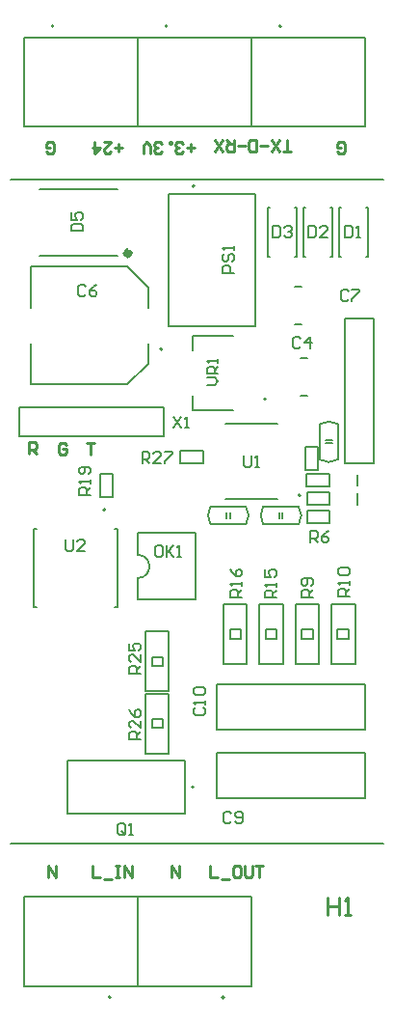
<source format=gto>
G04*
G04 #@! TF.GenerationSoftware,Altium Limited,Altium Designer,20.0.13 (296)*
G04*
G04 Layer_Color=65535*
%FSLAX44Y44*%
%MOMM*%
G71*
G01*
G75*
%ADD10C,0.1500*%
%ADD11C,0.2000*%
%ADD12C,0.1524*%
%ADD13C,0.6096*%
%ADD14C,0.1270*%
%ADD15C,0.2540*%
D10*
X287763Y511405D02*
G03*
X271850Y511300I-7877J-12168D01*
G01*
X271737Y480295D02*
G03*
X287650Y480400I7877J12168D01*
G01*
X253204Y423237D02*
G03*
X253100Y439150I-12168J7877D01*
G01*
X222095Y439263D02*
G03*
X222200Y423350I12168J-7877D01*
G01*
X175795Y439263D02*
G03*
X175900Y423350I12168J-7877D01*
G01*
X206905Y423237D02*
G03*
X206800Y439150I-12168J7877D01*
G01*
X271750Y480500D02*
Y511250D01*
X287750Y480500D02*
Y511250D01*
X277150Y497400D02*
X282450D01*
X277150Y494600D02*
X282450D01*
X297250Y323000D02*
Y331000D01*
X287500D02*
X297250D01*
X287500Y323000D02*
Y331000D01*
Y323000D02*
X297250D01*
X282250Y353250D02*
X302750D01*
Y300750D02*
Y353250D01*
X282250Y300750D02*
X302750D01*
X282250D02*
Y353250D01*
X256083Y323000D02*
Y331000D01*
Y323000D02*
X265833D01*
Y331000D01*
X256083D02*
X265833D01*
X250583Y300750D02*
X271083D01*
X250583D02*
Y353250D01*
X271083D01*
Y300750D02*
Y353250D01*
X233917Y323000D02*
Y331000D01*
X224167D02*
X233917D01*
X224167Y323000D02*
Y331000D01*
Y323000D02*
X233917D01*
X218917Y353250D02*
X239417D01*
Y300750D02*
Y353250D01*
X218917Y300750D02*
X239417D01*
X218917D02*
Y353250D01*
X192750Y323000D02*
Y331000D01*
Y323000D02*
X202500D01*
Y331000D01*
X192750D02*
X202500D01*
X187250Y300750D02*
X207750D01*
X187250D02*
Y353250D01*
X207750D01*
Y300750D02*
Y353250D01*
X124250Y299250D02*
Y307250D01*
Y299250D02*
X134000D01*
Y307250D01*
X124250D02*
X134000D01*
X118750Y277000D02*
X139250D01*
X118750D02*
Y329500D01*
X139250D01*
Y277000D02*
Y329500D01*
X124250Y244750D02*
Y252750D01*
Y244750D02*
X134000D01*
Y252750D01*
X124250D02*
X134000D01*
X118750Y222500D02*
X139250D01*
X118750D02*
Y275000D01*
X139250D01*
Y222500D02*
Y275000D01*
X238900Y428650D02*
Y433950D01*
X236100Y428650D02*
Y433950D01*
X222250Y439250D02*
X253000D01*
X222250Y423250D02*
X253000D01*
X190100Y428550D02*
Y433850D01*
X192900Y428550D02*
Y433850D01*
X176000Y423250D02*
X206750D01*
X176000Y439250D02*
X206750D01*
D11*
X83400Y436300D02*
G03*
X83400Y436300I-1000J0D01*
G01*
X133250Y577000D02*
G03*
X133250Y577000I-1000J0D01*
G01*
X161750Y720250D02*
G03*
X161750Y720250I-1000J0D01*
G01*
X224750Y533250D02*
G03*
X224750Y533250I-1000J0D01*
G01*
X254750Y448750D02*
G03*
X254750Y448750I-1000J0D01*
G01*
X161000Y193000D02*
G03*
X161000Y193000I-1000J0D01*
G01*
X138000Y860500D02*
G03*
X138000Y860500I-1000J0D01*
G01*
X238000D02*
G03*
X238000Y860500I-1000J0D01*
G01*
X88000Y8500D02*
G03*
X88000Y8500I-1000J0D01*
G01*
X187750D02*
G03*
X187750Y8500I-1000J0D01*
G01*
X38000Y860500D02*
G03*
X38000Y860500I-1000J0D01*
G01*
X269750Y471000D02*
Y491000D01*
X258750D02*
X269750D01*
X258750Y471000D02*
Y491000D01*
Y471000D02*
X269750D01*
X149062Y476813D02*
Y487812D01*
X169062D01*
Y476813D02*
Y487812D01*
X149062Y476813D02*
X169062D01*
X260500Y424750D02*
Y435750D01*
X280500D01*
Y424750D02*
Y435750D01*
X260500Y424750D02*
X280500D01*
X260250Y457000D02*
Y468000D01*
X280250D01*
Y457000D02*
Y468000D01*
X260250Y457000D02*
X280250D01*
X78500Y447750D02*
X89500D01*
X78500D02*
Y467750D01*
X89500D01*
Y447750D02*
Y467750D01*
X134900Y501050D02*
Y526450D01*
X7900Y501050D02*
X134900D01*
X7900Y526450D02*
X134900D01*
X7900Y501050D02*
Y526450D01*
X249750Y632250D02*
X255750D01*
X249750Y599250D02*
X255750D01*
X293800Y604100D02*
X319200D01*
Y477100D02*
Y604100D01*
X293800Y477100D02*
Y604100D01*
Y477100D02*
X319200D01*
X255000Y536500D02*
X261000D01*
X255000Y569500D02*
X261000D01*
X0Y143000D02*
X328000D01*
X0Y726000D02*
X328000D01*
X260500Y440500D02*
Y451500D01*
X280500D01*
Y440500D02*
Y451500D01*
X260500Y440500D02*
X280500D01*
X304500Y441000D02*
Y451000D01*
X304750Y457250D02*
Y467250D01*
X294249Y684881D02*
Y674884D01*
X299248D01*
X300914Y676551D01*
Y683215D01*
X299248Y684881D01*
X294249D01*
X304246Y674884D02*
X307578D01*
X305912D01*
Y684881D01*
X304246Y683215D01*
X262063Y684881D02*
Y674884D01*
X267062D01*
X268728Y676551D01*
Y683215D01*
X267062Y684881D01*
X262063D01*
X278725Y674884D02*
X272060D01*
X278725Y681549D01*
Y683215D01*
X277059Y684881D01*
X273726D01*
X272060Y683215D01*
X230396Y684881D02*
Y674884D01*
X235394D01*
X237061Y676551D01*
Y683215D01*
X235394Y684881D01*
X230396D01*
X240393Y683215D02*
X242059Y684881D01*
X245391D01*
X247057Y683215D01*
Y681549D01*
X245391Y679883D01*
X243725D01*
X245391D01*
X247057Y678217D01*
Y676551D01*
X245391Y674884D01*
X242059D01*
X240393Y676551D01*
X196248Y643837D02*
X186252D01*
Y648836D01*
X187918Y650502D01*
X191250D01*
X192916Y648836D01*
Y643837D01*
X187918Y660498D02*
X186252Y658832D01*
Y655500D01*
X187918Y653834D01*
X189584D01*
X191250Y655500D01*
Y658832D01*
X192916Y660498D01*
X194582D01*
X196248Y658832D01*
Y655500D01*
X194582Y653834D01*
X196248Y663831D02*
Y667163D01*
Y665497D01*
X186252D01*
X187918Y663831D01*
X143336Y517998D02*
X150000Y508002D01*
Y517998D02*
X143336Y508002D01*
X153332D02*
X156664D01*
X154998D01*
Y517998D01*
X153332Y516332D01*
X172502Y545337D02*
X179166D01*
X182498Y548669D01*
X179166Y552002D01*
X172502D01*
X182498Y555334D02*
X172502D01*
Y560332D01*
X174168Y561998D01*
X177500D01*
X179166Y560332D01*
Y555334D01*
Y558666D02*
X182498Y561998D01*
Y565331D02*
Y568663D01*
Y566997D01*
X172502D01*
X174168Y565331D01*
X48669Y409998D02*
Y401668D01*
X50335Y400002D01*
X53668D01*
X55334Y401668D01*
Y409998D01*
X65331Y400002D02*
X58666D01*
X65331Y406666D01*
Y408332D01*
X63665Y409998D01*
X60332D01*
X58666Y408332D01*
X205336Y483498D02*
Y475168D01*
X207002Y473502D01*
X210334D01*
X212000Y475168D01*
Y483498D01*
X215332Y473502D02*
X218664D01*
X216998D01*
Y483498D01*
X215332Y481832D01*
X115671Y477002D02*
Y486998D01*
X120669D01*
X122336Y485332D01*
Y482000D01*
X120669Y480334D01*
X115671D01*
X119003D02*
X122336Y477002D01*
X132332D02*
X125668D01*
X132332Y483666D01*
Y485332D01*
X130666Y486998D01*
X127334D01*
X125668Y485332D01*
X135665Y486998D02*
X142329D01*
Y485332D01*
X135665Y478668D01*
Y477002D01*
X114248Y234671D02*
X104252D01*
Y239669D01*
X105918Y241336D01*
X109250D01*
X110916Y239669D01*
Y234671D01*
Y238003D02*
X114248Y241336D01*
Y251332D02*
Y244668D01*
X107584Y251332D01*
X105918D01*
X104252Y249666D01*
Y246334D01*
X105918Y244668D01*
X104252Y261329D02*
X105918Y257997D01*
X109250Y254664D01*
X112582D01*
X114248Y256331D01*
Y259663D01*
X112582Y261329D01*
X110916D01*
X109250Y259663D01*
Y254664D01*
X113998Y292421D02*
X104002D01*
Y297419D01*
X105668Y299086D01*
X109000D01*
X110666Y297419D01*
Y292421D01*
Y295753D02*
X113998Y299086D01*
Y309082D02*
Y302418D01*
X107334Y309082D01*
X105668D01*
X104002Y307416D01*
Y304084D01*
X105668Y302418D01*
X104002Y319079D02*
Y312414D01*
X109000D01*
X107334Y315747D01*
Y317413D01*
X109000Y319079D01*
X112332D01*
X113998Y317413D01*
Y314081D01*
X112332Y312414D01*
X70498Y449004D02*
X60502D01*
Y454002D01*
X62168Y455669D01*
X65500D01*
X67166Y454002D01*
Y449004D01*
Y452336D02*
X70498Y455669D01*
Y459001D02*
Y462333D01*
Y460667D01*
X60502D01*
X62168Y459001D01*
X68832Y467332D02*
X70498Y468998D01*
Y472330D01*
X68832Y473996D01*
X62168D01*
X60502Y472330D01*
Y468998D01*
X62168Y467332D01*
X63834D01*
X65500Y468998D01*
Y473996D01*
X203498Y359254D02*
X193502D01*
Y364252D01*
X195168Y365919D01*
X198500D01*
X200166Y364252D01*
Y359254D01*
Y362586D02*
X203498Y365919D01*
Y369251D02*
Y372583D01*
Y370917D01*
X193502D01*
X195168Y369251D01*
X193502Y384246D02*
X195168Y380914D01*
X198500Y377581D01*
X201832D01*
X203498Y379248D01*
Y382580D01*
X201832Y384246D01*
X200166D01*
X198500Y382580D01*
Y377581D01*
X233915Y359004D02*
X223918D01*
Y364002D01*
X225584Y365668D01*
X228917D01*
X230583Y364002D01*
Y359004D01*
Y362336D02*
X233915Y365668D01*
Y369001D02*
Y372333D01*
Y370667D01*
X223918D01*
X225584Y369001D01*
X223918Y383996D02*
Y377332D01*
X228917D01*
X227250Y380664D01*
Y382330D01*
X228917Y383996D01*
X232249D01*
X233915Y382330D01*
Y378998D01*
X232249Y377332D01*
X297748Y360254D02*
X287752D01*
Y365252D01*
X289418Y366918D01*
X292750D01*
X294416Y365252D01*
Y360254D01*
Y363586D02*
X297748Y366918D01*
Y370251D02*
Y373583D01*
Y371917D01*
X287752D01*
X289418Y370251D01*
Y378581D02*
X287752Y380248D01*
Y383580D01*
X289418Y385246D01*
X296082D01*
X297748Y383580D01*
Y380248D01*
X296082Y378581D01*
X289418D01*
X265582Y359669D02*
X255585D01*
Y364668D01*
X257251Y366334D01*
X260583D01*
X262249Y364668D01*
Y359669D01*
Y363002D02*
X265582Y366334D01*
X263916Y369666D02*
X265582Y371332D01*
Y374664D01*
X263916Y376331D01*
X257251D01*
X255585Y374664D01*
Y371332D01*
X257251Y369666D01*
X258917D01*
X260583Y371332D01*
Y376331D01*
X263169Y408002D02*
Y417998D01*
X268168D01*
X269834Y416332D01*
Y413000D01*
X268168Y411334D01*
X263169D01*
X266502D02*
X269834Y408002D01*
X279831Y417998D02*
X276498Y416332D01*
X273166Y413000D01*
Y409668D01*
X274832Y408002D01*
X278165D01*
X279831Y409668D01*
Y411334D01*
X278165Y413000D01*
X273166D01*
X100500Y152918D02*
Y159582D01*
X98834Y161248D01*
X95502D01*
X93835Y159582D01*
Y152918D01*
X95502Y151252D01*
X98834D01*
X97168Y154584D02*
X100500Y151252D01*
X98834D02*
X100500Y152918D01*
X103832Y151252D02*
X107164D01*
X105498D01*
Y161248D01*
X103832Y159582D01*
X131835Y404748D02*
X128503D01*
X126837Y403082D01*
Y396418D01*
X128503Y394752D01*
X131835D01*
X133502Y396418D01*
Y403082D01*
X131835Y404748D01*
X136834D02*
Y394752D01*
Y398084D01*
X143498Y404748D01*
X138500Y399750D01*
X143498Y394752D01*
X146831D02*
X150163D01*
X148497D01*
Y404748D01*
X146831Y403082D01*
X53752Y680669D02*
X63748D01*
Y685668D01*
X62082Y687334D01*
X55418D01*
X53752Y685668D01*
Y680669D01*
Y697331D02*
Y690666D01*
X58750D01*
X57084Y693998D01*
Y695665D01*
X58750Y697331D01*
X62082D01*
X63748Y695665D01*
Y692332D01*
X62082Y690666D01*
X162418Y262418D02*
X160752Y260752D01*
Y257420D01*
X162418Y255754D01*
X169082D01*
X170748Y257420D01*
Y260752D01*
X169082Y262418D01*
X170748Y265751D02*
Y269083D01*
Y267417D01*
X160752D01*
X162418Y265751D01*
Y274081D02*
X160752Y275748D01*
Y279080D01*
X162418Y280746D01*
X169082D01*
X170748Y279080D01*
Y275748D01*
X169082Y274081D01*
X162418D01*
X193834Y169582D02*
X192168Y171248D01*
X188836D01*
X187169Y169582D01*
Y162918D01*
X188836Y161252D01*
X192168D01*
X193834Y162918D01*
X197166D02*
X198832Y161252D01*
X202164D01*
X203831Y162918D01*
Y169582D01*
X202164Y171248D01*
X198832D01*
X197166Y169582D01*
Y167916D01*
X198832Y166250D01*
X203831D01*
X296834Y627832D02*
X295168Y629498D01*
X291835D01*
X290169Y627832D01*
Y621168D01*
X291835Y619502D01*
X295168D01*
X296834Y621168D01*
X300166Y629498D02*
X306831D01*
Y627832D01*
X300166Y621168D01*
Y619502D01*
X65834Y631582D02*
X64168Y633248D01*
X60835D01*
X59169Y631582D01*
Y624918D01*
X60835Y623252D01*
X64168D01*
X65834Y624918D01*
X75831Y633248D02*
X72498Y631582D01*
X69166Y628250D01*
Y624918D01*
X70832Y623252D01*
X74165D01*
X75831Y624918D01*
Y626584D01*
X74165Y628250D01*
X69166D01*
X255084Y585832D02*
X253418Y587498D01*
X250086D01*
X248419Y585832D01*
Y579168D01*
X250086Y577502D01*
X253418D01*
X255084Y579168D01*
X263414Y577502D02*
Y587498D01*
X258416Y582500D01*
X265081D01*
D12*
X111850Y376340D02*
G03*
X111850Y396660I0J10160D01*
G01*
Y357290D02*
Y376340D01*
Y396660D02*
Y415710D01*
X162650Y357290D02*
Y415710D01*
X111850Y357290D02*
X162650D01*
X111850Y415710D02*
X162650D01*
D13*
X104430Y661330D02*
G03*
X104430Y661330I-1500J0D01*
G01*
D14*
X314300Y657850D02*
Y701150D01*
X288700Y657850D02*
Y701150D01*
Y657850D02*
X290800D01*
X312200D02*
X314300D01*
X288700Y701150D02*
X290800D01*
X312200D02*
X314300D01*
X283050Y657850D02*
Y701150D01*
X257450Y657850D02*
Y701150D01*
Y657850D02*
X259550D01*
X280950D02*
X283050D01*
X257450Y701150D02*
X259550D01*
X280950D02*
X283050D01*
X251576Y657850D02*
Y701150D01*
X225976Y657850D02*
Y701150D01*
Y657850D02*
X228076D01*
X249476D02*
X251576D01*
X225976Y701150D02*
X228076D01*
X249476D02*
X251576D01*
X20200Y419800D02*
X22500D01*
X20200Y351200D02*
Y419800D01*
Y351200D02*
X22500D01*
X91500Y419800D02*
X93800D01*
Y351200D02*
Y419800D01*
X91500Y351200D02*
X93800D01*
X102750Y649500D02*
X120750Y631500D01*
X17750Y649500D02*
X102750D01*
X17750Y546500D02*
X102750D01*
X120750Y564500D01*
Y582300D01*
Y613700D02*
Y631500D01*
X17750Y546500D02*
Y582300D01*
Y613700D02*
Y649500D01*
X25450Y717200D02*
X94050D01*
X25450Y658800D02*
X94050D01*
X214750Y597250D02*
Y713250D01*
X139250Y597250D02*
X214750D01*
X139250D02*
Y713250D01*
X214750D01*
X160250Y523750D02*
Y536150D01*
Y523750D02*
X195250D01*
X160250Y576350D02*
Y588750D01*
X195250D01*
X189250Y445750D02*
X234250D01*
X189250Y511750D02*
X234250D01*
X49600Y216000D02*
X153600D01*
X49600Y170000D02*
Y216000D01*
Y170000D02*
X153600D01*
Y216000D01*
X181500Y223000D02*
X311500D01*
X181500Y183000D02*
X311500D01*
Y223000D01*
X181500Y183000D02*
Y223000D01*
Y243000D02*
X311500D01*
X181500Y283000D02*
X311500D01*
X181500Y243000D02*
Y283000D01*
X311500Y243000D02*
Y283000D01*
X112000Y772500D02*
Y850500D01*
X212000Y772500D02*
Y850500D01*
X112000D02*
X212000D01*
X112000Y772500D02*
X212000D01*
Y850500D01*
X312000Y772500D02*
Y850500D01*
X212000D02*
X312000D01*
X212000Y772500D02*
X312000D01*
X112000Y18500D02*
Y96500D01*
X12000Y18500D02*
Y96500D01*
Y18500D02*
X112000D01*
X12000Y96500D02*
X112000D01*
X211750Y18500D02*
Y96500D01*
X111750Y18500D02*
Y96500D01*
Y18500D02*
X211750D01*
X111750Y96500D02*
X211750D01*
X12000Y772500D02*
Y850500D01*
X112000Y772500D02*
Y850500D01*
X12000D02*
X112000D01*
X12000Y772500D02*
X112000D01*
D15*
X31295Y750629D02*
X32962Y748963D01*
X36294D01*
X37960Y750629D01*
Y757294D01*
X36294Y758960D01*
X32962D01*
X31295Y757294D01*
Y753962D01*
X34628D01*
X98460D02*
X91795D01*
X95128Y750629D02*
Y757294D01*
X81799Y758960D02*
X88463D01*
X81799Y752296D01*
Y750629D01*
X83465Y748963D01*
X86797D01*
X88463Y750629D01*
X73468Y758960D02*
Y748963D01*
X78466Y753962D01*
X71802D01*
X287295Y750629D02*
X288962Y748963D01*
X292294D01*
X293960Y750629D01*
Y757294D01*
X292294Y758960D01*
X288962D01*
X287295Y757294D01*
Y753962D01*
X290628D01*
X246210Y750463D02*
X239545D01*
X242878D01*
Y760460D01*
X236213Y750463D02*
X229549Y760460D01*
Y750463D02*
X236213Y760460D01*
X226216Y755462D02*
X219552D01*
X216220Y750463D02*
Y760460D01*
X211221D01*
X209555Y758794D01*
Y752129D01*
X211221Y750463D01*
X216220D01*
X206223Y755462D02*
X199558D01*
X196226Y760460D02*
Y750463D01*
X191228D01*
X189562Y752129D01*
Y755462D01*
X191228Y757128D01*
X196226D01*
X192894D02*
X189562Y760460D01*
X186229Y750463D02*
X179565Y760460D01*
Y750463D02*
X186229Y760460D01*
X161460Y753962D02*
X154796D01*
X158128Y750629D02*
Y757294D01*
X151463Y750629D02*
X149797Y748963D01*
X146465D01*
X144799Y750629D01*
Y752296D01*
X146465Y753962D01*
X148131D01*
X146465D01*
X144799Y755628D01*
Y757294D01*
X146465Y758960D01*
X149797D01*
X151463Y757294D01*
X141466Y758960D02*
Y757294D01*
X139800D01*
Y758960D01*
X141466D01*
X133136Y750629D02*
X131470Y748963D01*
X128137D01*
X126471Y750629D01*
Y752296D01*
X128137Y753962D01*
X129804D01*
X128137D01*
X126471Y755628D01*
Y757294D01*
X128137Y758960D01*
X131470D01*
X133136Y757294D01*
X123139Y748963D02*
Y755628D01*
X119807Y758960D01*
X116475Y755628D01*
Y748963D01*
X278545Y96100D02*
Y80865D01*
Y88483D01*
X288702D01*
Y96100D01*
Y80865D01*
X293780D02*
X298858D01*
X296319D01*
Y96100D01*
X293780Y93561D01*
X67290Y494537D02*
X73955D01*
X70622D01*
Y484540D01*
X49205Y493121D02*
X47538Y494787D01*
X44206D01*
X42540Y493121D01*
Y486456D01*
X44206Y484790D01*
X47538D01*
X49205Y486456D01*
Y489788D01*
X45872D01*
X16290Y485540D02*
Y495537D01*
X21288D01*
X22954Y493871D01*
Y490538D01*
X21288Y488872D01*
X16290D01*
X19622D02*
X22954Y485540D01*
X141290Y114040D02*
Y124037D01*
X147955Y114040D01*
Y124037D01*
X175540D02*
Y114040D01*
X182204D01*
X185537Y112374D02*
X192201D01*
X200532Y124037D02*
X197200D01*
X195534Y122371D01*
Y115706D01*
X197200Y114040D01*
X200532D01*
X202198Y115706D01*
Y122371D01*
X200532Y124037D01*
X205530D02*
Y115706D01*
X207197Y114040D01*
X210529D01*
X212195Y115706D01*
Y124037D01*
X215527D02*
X222192D01*
X218859D01*
Y114040D01*
X72040Y124037D02*
Y114040D01*
X78705D01*
X82037Y112374D02*
X88701D01*
X92034Y124037D02*
X95366D01*
X93700D01*
Y114040D01*
X92034D01*
X95366D01*
X100364D02*
Y124037D01*
X107029Y114040D01*
Y124037D01*
X33040Y114040D02*
Y124037D01*
X39704Y114040D01*
Y124037D01*
M02*

</source>
